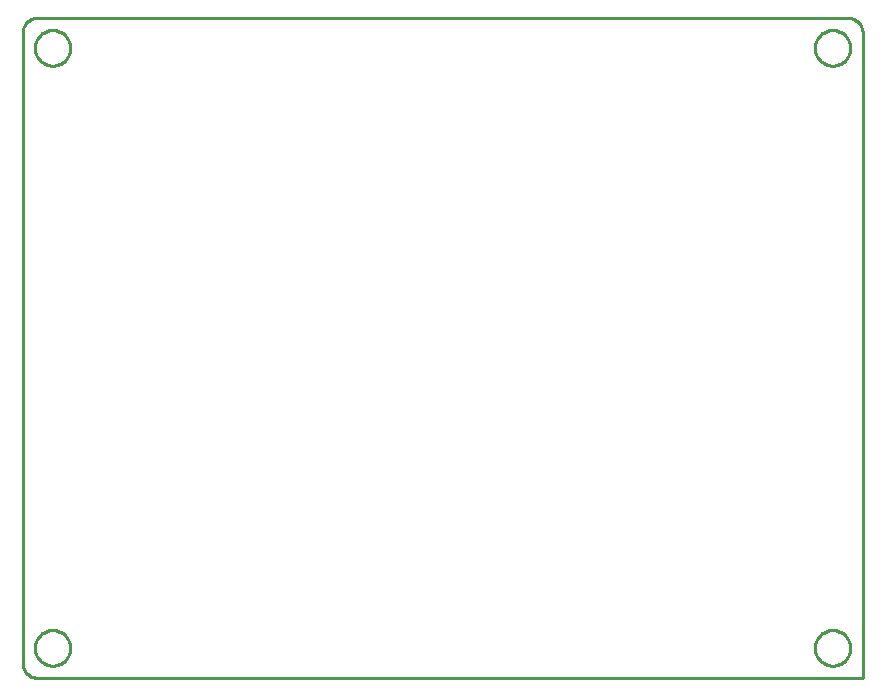
<source format=gbr>
G04 EAGLE Gerber RS-274X export*
G75*
%MOMM*%
%FSLAX34Y34*%
%LPD*%
%IN*%
%IPPOS*%
%AMOC8*
5,1,8,0,0,1.08239X$1,22.5*%
G01*
%ADD10C,0.254000*%


D10*
X-6350Y6350D02*
X-6302Y5243D01*
X-6157Y4145D01*
X-5917Y3063D01*
X-5584Y2006D01*
X-5160Y983D01*
X-4649Y0D01*
X-4053Y-934D01*
X-3379Y-1813D01*
X-2630Y-2630D01*
X-1813Y-3379D01*
X-934Y-4053D01*
X0Y-4649D01*
X983Y-5160D01*
X2006Y-5584D01*
X3063Y-5917D01*
X4145Y-6157D01*
X5243Y-6302D01*
X6350Y-6350D01*
X704850Y-6350D01*
X704850Y539750D01*
X704802Y540857D01*
X704657Y541955D01*
X704417Y543037D01*
X704084Y544094D01*
X703660Y545117D01*
X703149Y546100D01*
X702553Y547034D01*
X701879Y547913D01*
X701130Y548730D01*
X700313Y549479D01*
X699434Y550153D01*
X698500Y550749D01*
X697517Y551260D01*
X696494Y551684D01*
X695437Y552017D01*
X694355Y552257D01*
X693257Y552402D01*
X692150Y552450D01*
X6350Y552450D01*
X5243Y552402D01*
X4145Y552257D01*
X3063Y552017D01*
X2006Y551684D01*
X983Y551260D01*
X0Y550749D01*
X-934Y550153D01*
X-1813Y549479D01*
X-2630Y548730D01*
X-3379Y547913D01*
X-4053Y547034D01*
X-4649Y546100D01*
X-5160Y545117D01*
X-5584Y544094D01*
X-5917Y543037D01*
X-6157Y541955D01*
X-6302Y540857D01*
X-6350Y539750D01*
X-6350Y6350D01*
X34036Y526515D02*
X33960Y525447D01*
X33807Y524388D01*
X33580Y523342D01*
X33278Y522314D01*
X32904Y521311D01*
X32459Y520338D01*
X31946Y519398D01*
X31368Y518498D01*
X30726Y517641D01*
X30025Y516832D01*
X29268Y516075D01*
X28459Y515374D01*
X27602Y514732D01*
X26702Y514154D01*
X25762Y513641D01*
X24789Y513196D01*
X23786Y512822D01*
X22759Y512520D01*
X21713Y512293D01*
X20653Y512140D01*
X19585Y512064D01*
X18515Y512064D01*
X17447Y512140D01*
X16388Y512293D01*
X15342Y512520D01*
X14314Y512822D01*
X13311Y513196D01*
X12338Y513641D01*
X11398Y514154D01*
X10498Y514732D01*
X9641Y515374D01*
X8832Y516075D01*
X8075Y516832D01*
X7374Y517641D01*
X6732Y518498D01*
X6154Y519398D01*
X5641Y520338D01*
X5196Y521311D01*
X4822Y522314D01*
X4520Y523342D01*
X4293Y524388D01*
X4140Y525447D01*
X4064Y526515D01*
X4064Y527585D01*
X4140Y528653D01*
X4293Y529713D01*
X4520Y530759D01*
X4822Y531786D01*
X5196Y532789D01*
X5641Y533762D01*
X6154Y534702D01*
X6732Y535602D01*
X7374Y536459D01*
X8075Y537268D01*
X8832Y538025D01*
X9641Y538726D01*
X10498Y539368D01*
X11398Y539946D01*
X12338Y540459D01*
X13311Y540904D01*
X14314Y541278D01*
X15342Y541580D01*
X16388Y541807D01*
X17447Y541960D01*
X18515Y542036D01*
X19585Y542036D01*
X20653Y541960D01*
X21713Y541807D01*
X22759Y541580D01*
X23786Y541278D01*
X24789Y540904D01*
X25762Y540459D01*
X26702Y539946D01*
X27602Y539368D01*
X28459Y538726D01*
X29268Y538025D01*
X30025Y537268D01*
X30726Y536459D01*
X31368Y535602D01*
X31946Y534702D01*
X32459Y533762D01*
X32904Y532789D01*
X33278Y531786D01*
X33580Y530759D01*
X33807Y529713D01*
X33960Y528653D01*
X34036Y527585D01*
X34036Y526515D01*
X34036Y18515D02*
X33960Y17447D01*
X33807Y16388D01*
X33580Y15342D01*
X33278Y14314D01*
X32904Y13311D01*
X32459Y12338D01*
X31946Y11398D01*
X31368Y10498D01*
X30726Y9641D01*
X30025Y8832D01*
X29268Y8075D01*
X28459Y7374D01*
X27602Y6732D01*
X26702Y6154D01*
X25762Y5641D01*
X24789Y5196D01*
X23786Y4822D01*
X22759Y4520D01*
X21713Y4293D01*
X20653Y4140D01*
X19585Y4064D01*
X18515Y4064D01*
X17447Y4140D01*
X16388Y4293D01*
X15342Y4520D01*
X14314Y4822D01*
X13311Y5196D01*
X12338Y5641D01*
X11398Y6154D01*
X10498Y6732D01*
X9641Y7374D01*
X8832Y8075D01*
X8075Y8832D01*
X7374Y9641D01*
X6732Y10498D01*
X6154Y11398D01*
X5641Y12338D01*
X5196Y13311D01*
X4822Y14314D01*
X4520Y15342D01*
X4293Y16388D01*
X4140Y17447D01*
X4064Y18515D01*
X4064Y19585D01*
X4140Y20653D01*
X4293Y21713D01*
X4520Y22759D01*
X4822Y23786D01*
X5196Y24789D01*
X5641Y25762D01*
X6154Y26702D01*
X6732Y27602D01*
X7374Y28459D01*
X8075Y29268D01*
X8832Y30025D01*
X9641Y30726D01*
X10498Y31368D01*
X11398Y31946D01*
X12338Y32459D01*
X13311Y32904D01*
X14314Y33278D01*
X15342Y33580D01*
X16388Y33807D01*
X17447Y33960D01*
X18515Y34036D01*
X19585Y34036D01*
X20653Y33960D01*
X21713Y33807D01*
X22759Y33580D01*
X23786Y33278D01*
X24789Y32904D01*
X25762Y32459D01*
X26702Y31946D01*
X27602Y31368D01*
X28459Y30726D01*
X29268Y30025D01*
X30025Y29268D01*
X30726Y28459D01*
X31368Y27602D01*
X31946Y26702D01*
X32459Y25762D01*
X32904Y24789D01*
X33278Y23786D01*
X33580Y22759D01*
X33807Y21713D01*
X33960Y20653D01*
X34036Y19585D01*
X34036Y18515D01*
X694436Y18515D02*
X694360Y17447D01*
X694207Y16388D01*
X693980Y15342D01*
X693678Y14314D01*
X693304Y13311D01*
X692859Y12338D01*
X692346Y11398D01*
X691768Y10498D01*
X691126Y9641D01*
X690425Y8832D01*
X689668Y8075D01*
X688859Y7374D01*
X688002Y6732D01*
X687102Y6154D01*
X686162Y5641D01*
X685189Y5196D01*
X684186Y4822D01*
X683159Y4520D01*
X682113Y4293D01*
X681053Y4140D01*
X679985Y4064D01*
X678915Y4064D01*
X677847Y4140D01*
X676788Y4293D01*
X675742Y4520D01*
X674714Y4822D01*
X673711Y5196D01*
X672738Y5641D01*
X671798Y6154D01*
X670898Y6732D01*
X670041Y7374D01*
X669232Y8075D01*
X668475Y8832D01*
X667774Y9641D01*
X667132Y10498D01*
X666554Y11398D01*
X666041Y12338D01*
X665596Y13311D01*
X665222Y14314D01*
X664920Y15342D01*
X664693Y16388D01*
X664540Y17447D01*
X664464Y18515D01*
X664464Y19585D01*
X664540Y20653D01*
X664693Y21713D01*
X664920Y22759D01*
X665222Y23786D01*
X665596Y24789D01*
X666041Y25762D01*
X666554Y26702D01*
X667132Y27602D01*
X667774Y28459D01*
X668475Y29268D01*
X669232Y30025D01*
X670041Y30726D01*
X670898Y31368D01*
X671798Y31946D01*
X672738Y32459D01*
X673711Y32904D01*
X674714Y33278D01*
X675742Y33580D01*
X676788Y33807D01*
X677847Y33960D01*
X678915Y34036D01*
X679985Y34036D01*
X681053Y33960D01*
X682113Y33807D01*
X683159Y33580D01*
X684186Y33278D01*
X685189Y32904D01*
X686162Y32459D01*
X687102Y31946D01*
X688002Y31368D01*
X688859Y30726D01*
X689668Y30025D01*
X690425Y29268D01*
X691126Y28459D01*
X691768Y27602D01*
X692346Y26702D01*
X692859Y25762D01*
X693304Y24789D01*
X693678Y23786D01*
X693980Y22759D01*
X694207Y21713D01*
X694360Y20653D01*
X694436Y19585D01*
X694436Y18515D01*
X694436Y526515D02*
X694360Y525447D01*
X694207Y524388D01*
X693980Y523342D01*
X693678Y522314D01*
X693304Y521311D01*
X692859Y520338D01*
X692346Y519398D01*
X691768Y518498D01*
X691126Y517641D01*
X690425Y516832D01*
X689668Y516075D01*
X688859Y515374D01*
X688002Y514732D01*
X687102Y514154D01*
X686162Y513641D01*
X685189Y513196D01*
X684186Y512822D01*
X683159Y512520D01*
X682113Y512293D01*
X681053Y512140D01*
X679985Y512064D01*
X678915Y512064D01*
X677847Y512140D01*
X676788Y512293D01*
X675742Y512520D01*
X674714Y512822D01*
X673711Y513196D01*
X672738Y513641D01*
X671798Y514154D01*
X670898Y514732D01*
X670041Y515374D01*
X669232Y516075D01*
X668475Y516832D01*
X667774Y517641D01*
X667132Y518498D01*
X666554Y519398D01*
X666041Y520338D01*
X665596Y521311D01*
X665222Y522314D01*
X664920Y523342D01*
X664693Y524388D01*
X664540Y525447D01*
X664464Y526515D01*
X664464Y527585D01*
X664540Y528653D01*
X664693Y529713D01*
X664920Y530759D01*
X665222Y531786D01*
X665596Y532789D01*
X666041Y533762D01*
X666554Y534702D01*
X667132Y535602D01*
X667774Y536459D01*
X668475Y537268D01*
X669232Y538025D01*
X670041Y538726D01*
X670898Y539368D01*
X671798Y539946D01*
X672738Y540459D01*
X673711Y540904D01*
X674714Y541278D01*
X675742Y541580D01*
X676788Y541807D01*
X677847Y541960D01*
X678915Y542036D01*
X679985Y542036D01*
X681053Y541960D01*
X682113Y541807D01*
X683159Y541580D01*
X684186Y541278D01*
X685189Y540904D01*
X686162Y540459D01*
X687102Y539946D01*
X688002Y539368D01*
X688859Y538726D01*
X689668Y538025D01*
X690425Y537268D01*
X691126Y536459D01*
X691768Y535602D01*
X692346Y534702D01*
X692859Y533762D01*
X693304Y532789D01*
X693678Y531786D01*
X693980Y530759D01*
X694207Y529713D01*
X694360Y528653D01*
X694436Y527585D01*
X694436Y526515D01*
M02*

</source>
